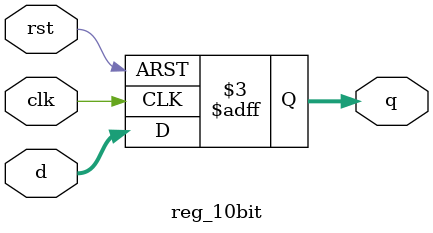
<source format=v>
`timescale 1ns / 1ps
module reg_10bit(
    input [9:0] d,
    input clk,
    input rst,
    output reg [9:0] q
    );
    always @(posedge clk or negedge rst)
    if( !rst)
        q <= 10'b0000000000;
    else
        q <= d;

endmodule

</source>
